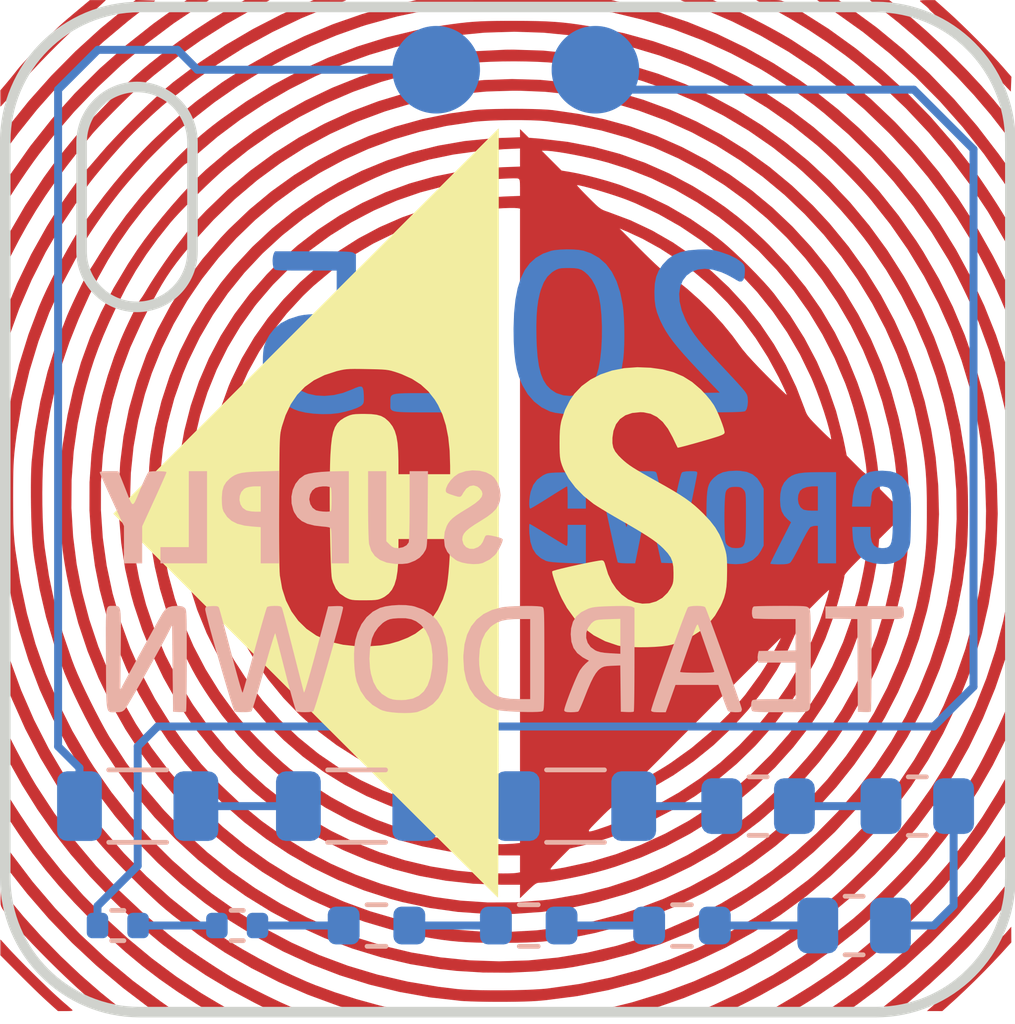
<source format=kicad_pcb>
(kicad_pcb (version 20241229) (generator "pcbnew") (generator_version "9.0")
  (layers (0 "F.Cu" signal) (2 "B.Cu" signal) (13 "F.Paste" user) (15 "B.Paste" user) (5 "F.SilkS" user "F.Silkscreen") (7 "B.SilkS" user "B.Silkscreen") (1 "F.Mask" user) (3 "B.Mask" user) (25 "Edge.Cuts" user))
  (net 0 "")
  (net 1 "Net-(R1-Pad2)")
  (net 2 "Net-(R2-Pad2)")
  (net 3 "Net-(R3-Pad2)")
  (net 4 "Net-(R4-Pad2)")
  (net 5 "Net-(R7-Pad2)")
  (net 6 "Net-(R5-Pad2)")
  (net 7 "Net-(R6-Pad2)")
  (net 8 "Net-(R8-Pad2)")
  (net 9 "Net-(R10-Pad1)")
  (net 10 "Net-(R10-Pad2)")
  (net 11 "/A")
  (net 12 "/B")
  (footprint "LOGO" (layer "F.Cu") (at 222.25 107.95)
    (property "Reference" "G***" (hide yes))
    (property "Value" "LOGO" (hide yes))
  )
  (footprint "LOGO" (layer "F.Cu") (at 222.25 107.95)
    (property "Reference" "G***" (hide yes))
    (property "Value" "LOGO" (hide yes))
  )
  (footprint "LOGO" (layer "F.Cu") (at 222.25 107.95)
    (property "Reference" "G***" (hide yes))
    (property "Value" "LOGO" (hide yes))
  )
  (footprint "LOGO" (layer "B.Cu") (at 222.25 107.95 180)
    (property "Reference" "G***" (hide yes))
    (property "Value" "LOGO" (hide yes))
  )
  (footprint "Resistor_SMD:R_1206_3216Metric" (layer "B.Cu") (at 224 115.5)
    (property "Reference" "R3" (hide yes))
    (property "Value" "R")
  )
  (footprint "Resistor_SMD:R_1206_3216Metric" (layer "B.Cu") (at 218.5 115.5)
    (property "Reference" "R2" (hide yes))
    (property "Value" "R")
  )
  (footprint "Resistor_SMD:R_0402_1005Metric" (layer "B.Cu") (at 215.5 118.5 180)
    (property "Reference" "R10" (hide yes))
    (property "Value" "R")
  )
  (footprint "Resistor_SMD:R_0805_2012Metric" (layer "B.Cu") (at 228.5875 115.5)
    (property "Reference" "R4" (hide yes))
    (property "Value" "R")
  )
  (footprint "Resistor_SMD:R_0805_2012Metric" (layer "B.Cu") (at 232.5875 115.5)
    (property "Reference" "R5" (hide yes))
    (property "Value" "R")
  )
  (footprint "Resistor_SMD:R_1206_3216Metric" (layer "B.Cu") (at 213 115.5)
    (property "Reference" "R1" (hide yes))
    (property "Value" "R")
  )
  (footprint "Resistor_SMD:R_0805_2012Metric" (layer "B.Cu") (at 231 118.5 180)
    (property "Reference" "R6" (hide yes))
    (property "Value" "R")
  )
  (footprint "Resistor_SMD:R_0603_1608Metric" (layer "B.Cu") (at 219 118.5 180)
    (property "Reference" "R9" (hide yes))
    (property "Value" "R")
  )
  (footprint "LOGO" (layer "B.Cu") (at 222.25 107.95 180)
    (property "Reference" "G***" (hide yes))
    (property "Value" "LOGO" (hide yes))
  )
  (footprint "LOGO" (layer "B.Cu") (at 222.25 107.95 180)
    (property "Reference" "G***" (hide yes))
    (property "Value" "LOGO" (hide yes))
  )
  (footprint "Resistor_SMD:R_0402_1005Metric" (layer "B.Cu") (at 212.5 118.5 180)
    (property "Reference" "R11" (hide yes))
    (property "Value" "R")
  )
  (footprint "Resistor_SMD:R_0603_1608Metric" (layer "B.Cu") (at 226.675 118.5 180)
    (property "Reference" "R7" (hide yes))
    (property "Value" "R")
  )
  (footprint "Resistor_SMD:R_0603_1608Metric" (layer "B.Cu") (at 222.825 118.5 180)
    (property "Reference" "R8" (hide yes))
    (property "Value" "R")
  )
  (gr_circle (center 220.5 97) (end 219.5 97) (stroke (width 0.2)) (fill yes) (layers "B.Cu" "B.Mask") (net 11))
  (gr_circle (center 224.5 97) (end 223.5 97) (stroke (width 0.2)) (fill yes) (layers "B.Cu" "B.Mask") (net 12))
  (gr_poly (pts (xy 231.719918 95.427759) (xy 231.891526 95.440809) (xy 232.060639 95.462298) (xy 232.227045 95.492015) (xy 232.39053 95.529747) (xy 232.550884 95.575282) (xy 232.707893 95.628408) (xy 232.861346 95.688913) (xy 233.01103 95.756583) (xy 233.156732 95.831208) (xy 233.298241 95.912573) (xy 233.435344 96.000468) (xy 233.567828 96.09468) (xy 233.695482 96.194996) (xy 233.818093 96.301205) (xy 233.935449 96.413093) (xy 234.047337 96.530449) (xy 234.153546 96.65306) (xy 234.253862 96.780714) (xy 234.348074 96.913198) (xy 234.435969 97.050301) (xy 234.517334 97.19181) (xy 234.591959 97.337512) (xy 234.659629 97.487195) (xy 234.720134 97.640648) (xy 234.77326 97.797657) (xy 234.818795 97.958011) (xy 234.856527 98.121497) (xy 234.886244 98.287902) (xy 234.907733 98.457015) (xy 234.920783 98.628623) (xy 234.92518 98.802514) (xy 234.92518 117.296515) (xy 234.920783 117.470406) (xy 234.907733 117.642014) (xy 234.886244 117.811127) (xy 234.856527 117.977533) (xy 234.818795 118.141018) (xy 234.77326 118.301372) (xy 234.720134 118.458381) (xy 234.659629 118.611834) (xy 234.591959 118.761518) (xy 234.517334 118.90722) (xy 234.435969 119.048729) (xy 234.348074 119.185832) (xy 234.253862 119.318316) (xy 234.153546 119.44597) (xy 234.047337 119.568581) (xy 233.935449 119.685937) (xy 233.818093 119.797825) (xy 233.695482 119.904034) (xy 233.567828 120.00435) (xy 233.435344 120.098562) (xy 233.298241 120.186457) (xy 233.156732 120.267822) (xy 233.01103 120.342447) (xy 232.861346 120.410117) (xy 232.707893 120.470622) (xy 232.550884 120.523748) (xy 232.39053 120.569283) (xy 232.227045 120.607015) (xy 232.060639 120.636732) (xy 231.891526 120.658221) (xy 231.719918 120.671271) (xy 231.546027 120.675668) (xy 213.052026 120.675668) (xy 212.878135 120.671271) (xy 212.706527 120.658221) (xy 212.537414 120.636732) (xy 212.371009 120.607015) (xy 212.207523 120.569283) (xy 212.047169 120.523748) (xy 211.89016 120.470622) (xy 211.736707 120.410117) (xy 211.587024 120.342447) (xy 211.441322 120.267822) (xy 211.299813 120.186457) (xy 211.16271 120.098562) (xy 211.030226 120.00435) (xy 210.902572 119.904034) (xy 210.779961 119.797825) (xy 210.662605 119.685937) (xy 210.550717 119.568581) (xy 210.444508 119.44597) (xy 210.344192 119.318316) (xy 210.24998 119.185832) (xy 210.162085 119.048729) (xy 210.08072 118.90722) (xy 210.006095 118.761518) (xy 209.938425 118.611834) (xy 209.87792 118.458381) (xy 209.824794 118.301372) (xy 209.779259 118.141018) (xy 209.741527 117.977533) (xy 209.71181 117.811127) (xy 209.690321 117.642014) (xy 209.677271 117.470406) (xy 209.672874 117.296515) (xy 209.672874 98.802514) (xy 209.677271 98.628623) (xy 209.690321 98.457015) (xy 209.71181 98.287902) (xy 209.741527 98.121497) (xy 209.779259 97.958011) (xy 209.824794 97.797657) (xy 209.87792 97.640648) (xy 209.938425 97.487195) (xy 210.006095 97.337512) (xy 210.08072 97.19181) (xy 210.162085 97.050301) (xy 210.24998 96.913198) (xy 210.344192 96.780714) (xy 210.444508 96.65306) (xy 210.550717 96.530449) (xy 210.662605 96.413093) (xy 210.779961 96.301205) (xy 210.902572 96.194996) (xy 211.030226 96.09468) (xy 211.16271 96.000468) (xy 211.299813 95.912573) (xy 211.441322 95.831208) (xy 211.587024 95.756583) (xy 211.736707 95.688913) (xy 211.89016 95.628408) (xy 212.047169 95.575282) (xy 212.207523 95.529747) (xy 212.371009 95.492015) (xy 212.537414 95.462298) (xy 212.706527 95.440809) (xy 212.878135 95.427759) (xy 213.052026 95.423362) (xy 231.546027 95.423362)) (stroke (width 0.264582)) (fill no) (layer "Edge.Cuts"))
  (gr_poly (pts (xy 213.0552 97.4344) (xy 213.125931 97.439778) (xy 213.195633 97.448635) (xy 213.264219 97.460883) (xy 213.331601 97.476435) (xy 213.397693 97.495203) (xy 213.462406 97.5171) (xy 213.525654 97.542037) (xy 213.587348 97.569929) (xy 213.647401 97.600686) (xy 213.705725 97.634222) (xy 213.762234 97.670449) (xy 213.816839 97.709279) (xy 213.869453 97.750626) (xy 213.919989 97.794401) (xy 213.968358 97.840517) (xy 214.014474 97.888887) (xy 214.058249 97.939422) (xy 214.099596 97.992036) (xy 214.138426 98.046641) (xy 214.174653 98.10315) (xy 214.208189 98.161474) (xy 214.238947 98.221527) (xy 214.266838 98.283221) (xy 214.291775 98.346469) (xy 214.313672 98.411182) (xy 214.33244 98.477274) (xy 214.347992 98.544656) (xy 214.36024 98.613242) (xy 214.369097 98.682944) (xy 214.374475 98.753675) (xy 214.376288 98.825346) (xy 214.376288 101.565198) (xy 214.374475 101.636869) (xy 214.369097 101.707599) (xy 214.36024 101.777301) (xy 214.347992 101.845887) (xy 214.33244 101.91327) (xy 214.313672 101.979362) (xy 214.291775 102.044075) (xy 214.266838 102.107322) (xy 214.238947 102.169016) (xy 214.208189 102.229069) (xy 214.174653 102.287394) (xy 214.138426 102.343902) (xy 214.099596 102.398507) (xy 214.058249 102.451122) (xy 214.014474 102.501657) (xy 213.968358 102.550027) (xy 213.919989 102.596143) (xy 213.869453 102.639918) (xy 213.816839 102.681264) (xy 213.762234 102.720095) (xy 213.705725 102.756322) (xy 213.647401 102.789858) (xy 213.587348 102.820615) (xy 213.525654 102.848506) (xy 213.462406 102.873444) (xy 213.397693 102.895341) (xy 213.331601 102.914108) (xy 213.264219 102.92966) (xy 213.195633 102.941908) (xy 213.125931 102.950766) (xy 213.0552 102.956144) (xy 212.983529 102.957956) (xy 212.911858 102.956144) (xy 212.841128 102.950766) (xy 212.771426 102.941908) (xy 212.70284 102.92966) (xy 212.635457 102.914108) (xy 212.569366 102.895341) (xy 212.504652 102.873444) (xy 212.441405 102.848506) (xy 212.379711 102.820615) (xy 212.319658 102.789858) (xy 212.261333 102.756322) (xy 212.204825 102.720095) (xy 212.15022 102.681264) (xy 212.097606 102.639918) (xy 212.04707 102.596143) (xy 211.998701 102.550027) (xy 211.952584 102.501657) (xy 211.908809 102.451122) (xy 211.867463 102.398507) (xy 211.828632 102.343902) (xy 211.792405 102.287394) (xy 211.75887 102.229069) (xy 211.728112 102.169016) (xy 211.700221 102.107322) (xy 211.675283 102.044075) (xy 211.653387 101.979362) (xy 211.634619 101.91327) (xy 211.619067 101.845887) (xy 211.606819 101.777301) (xy 211.597962 101.707599) (xy 211.592583 101.636869) (xy 211.590771 101.565198) (xy 211.590771 98.825346) (xy 211.592583 98.753675) (xy 211.597962 98.682944) (xy 211.606819 98.613242) (xy 211.619067 98.544656) (xy 211.634619 98.477274) (xy 211.653387 98.411182) (xy 211.675283 98.346469) (xy 211.700221 98.283221) (xy 211.728112 98.221527) (xy 211.75887 98.161474) (xy 211.792405 98.10315) (xy 211.828632 98.046641) (xy 211.867463 97.992036) (xy 211.908809 97.939422) (xy 211.952584 97.888887) (xy 211.998701 97.840517) (xy 212.04707 97.794401) (xy 212.097606 97.750626) (xy 212.15022 97.709279) (xy 212.204825 97.670449) (xy 212.261333 97.634222) (xy 212.319658 97.600686) (xy 212.379711 97.569929) (xy 212.441405 97.542037) (xy 212.504652 97.5171) (xy 212.569366 97.495203) (xy 212.635457 97.476435) (xy 212.70284 97.460883) (xy 212.771426 97.448635) (xy 212.841128 97.439778) (xy 212.911858 97.4344) (xy 212.983529 97.432588)) (stroke (width 0.264582)) (fill no) (layer "Edge.Cuts"))
  (segment (start 217.0375 115.5) (end 214.4625 115.5) (width 0.2) (layer "B.Cu") (net 1))
  (segment (start 219.9625 115.5) (end 222.5375 115.5) (width 0.2) (layer "B.Cu") (net 2))
  (segment (start 225.4625 115.5) (end 227.675 115.5) (width 0.2) (layer "B.Cu") (net 3))
  (segment (start 229.5 115.5) (end 231.675 115.5) (width 0.2) (layer "B.Cu") (net 4))
  (segment (start 225.85 118.5) (end 223.65 118.5) (width 0.2) (layer "B.Cu") (net 5))
  (segment (start 233.5 115.5) (end 233.5 118) (width 0.2) (layer "B.Cu") (net 6))
  (segment (start 233.5 118) (end 233 118.5) (width 0.2) (layer "B.Cu") (net 6))
  (segment (start 233 118.5) (end 231.9125 118.5) (width 0.2) (layer "B.Cu") (net 6))
  (segment (start 230.0875 118.5) (end 227.5 118.5) (width 0.2) (layer "B.Cu") (net 7))
  (segment (start 222 118.5) (end 219.825 118.5) (width 0.2) (layer "B.Cu") (net 8))
  (segment (start 218.175 118.5) (end 216.01 118.5) (width 0.2) (layer "B.Cu") (net 9))
  (segment (start 214.99 118.5) (end 213.01 118.5) (width 0.2) (layer "B.Cu") (net 10))
  (segment (start 220.5 97) (end 214.5 97) (width 0.2) (layer "B.Cu") (net 11))
  (segment (start 211 114) (end 211.5375 114.5375) (width 0.2) (layer "B.Cu") (net 11))
  (segment (start 211 97.5) (end 211 114) (width 0.2) (layer "B.Cu") (net 11))
  (segment (start 214 96.5) (end 212 96.5) (width 0.2) (layer "B.Cu") (net 11))
  (segment (start 214.5 97) (end 214 96.5) (width 0.2) (layer "B.Cu") (net 11))
  (segment (start 211.5375 114.5375) (end 211.5375 115.5) (width 0.2) (layer "B.Cu") (net 11))
  (segment (start 212 96.5) (end 211 97.5) (width 0.2) (layer "B.Cu") (net 11))
  (segment (start 211.99 118.5) (end 211.99 118.01) (width 0.2) (layer "B.Cu") (net 12))
  (segment (start 213 114) (end 213.5 113.5) (width 0.2) (layer "B.Cu") (net 12))
  (segment (start 225 97.5) (end 224.5 97) (width 0.2) (layer "B.Cu") (net 12))
  (segment (start 233 113.5) (end 234 112.5) (width 0.2) (layer "B.Cu") (net 12))
  (segment (start 213.5 113.5) (end 233 113.5) (width 0.2) (layer "B.Cu") (net 12))
  (segment (start 232.5 97.5) (end 225 97.5) (width 0.2) (layer "B.Cu") (net 12))
  (segment (start 234 99) (end 232.5 97.5) (width 0.2) (layer "B.Cu") (net 12))
  (segment (start 234 112.5) (end 234 99) (width 0.2) (layer "B.Cu") (net 12))
  (segment (start 213 117) (end 213 114) (width 0.2) (layer "B.Cu") (net 12))
  (segment (start 211.99 118.01) (end 213 117) (width 0.2) (layer "B.Cu") (net 12))
)
</source>
